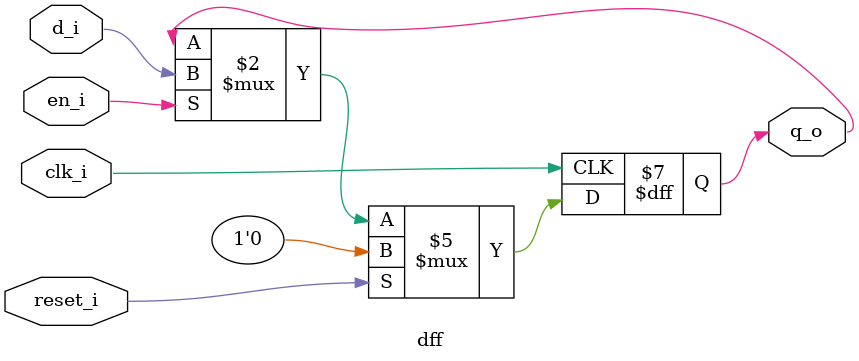
<source format=sv>
/* Generated by Yosys 0.57 (git sha1 3aca86049e79a165932e3e7660358376f45acaed, clang++ 17.0.0 -fPIC -O3) */

(* hdlname = "dff" *)
(* src = "dff.sv:2.1-13.10" *)
module dff(clk_i, reset_i, d_i, en_i, q_o);
  (* src = "dff.sv:3.15-3.20" *)
  input clk_i;
  wire clk_i;
  (* src = "dff.sv:4.15-4.22" *)
  input reset_i;
  wire reset_i;
  (* src = "dff.sv:5.15-5.18" *)
  input d_i;
  wire d_i;
  (* src = "dff.sv:6.15-6.19" *)
  input en_i;
  wire en_i;
  (* src = "dff.sv:7.16-7.19" *)
  output q_o;
  reg q_o;
  (* \always_ff  = 32'd1 *)
  (* src = "dff.sv:9.3-12.6" *)
  always @(negedge clk_i)
    if (reset_i) q_o <= 1'h0;
    else if (en_i) q_o <= d_i;
endmodule

</source>
